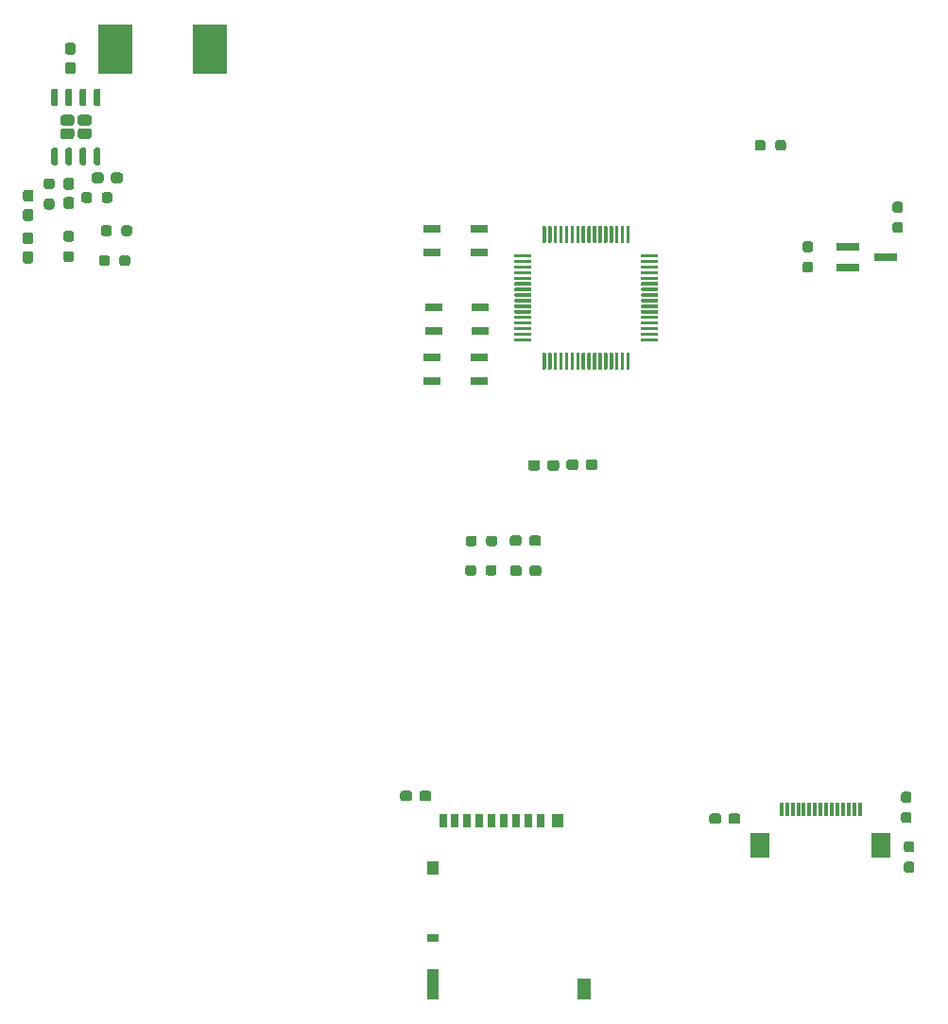
<source format=gtp>
G04 #@! TF.GenerationSoftware,KiCad,Pcbnew,5.1.10-88a1d61d58~88~ubuntu18.04.1*
G04 #@! TF.CreationDate,2021-10-23T19:35:26+09:00*
G04 #@! TF.ProjectId,CameraJigSTM32F446RE_Logic,43616d65-7261-44a6-9967-53544d333246,rev?*
G04 #@! TF.SameCoordinates,Original*
G04 #@! TF.FileFunction,Paste,Top*
G04 #@! TF.FilePolarity,Positive*
%FSLAX46Y46*%
G04 Gerber Fmt 4.6, Leading zero omitted, Abs format (unit mm)*
G04 Created by KiCad (PCBNEW 5.1.10-88a1d61d58~88~ubuntu18.04.1) date 2021-10-23 19:35:26*
%MOMM*%
%LPD*%
G01*
G04 APERTURE LIST*
%ADD10R,0.700000X1.200000*%
%ADD11R,1.000000X1.200000*%
%ADD12R,1.000000X0.800000*%
%ADD13R,1.000000X2.800000*%
%ADD14R,1.300000X1.900000*%
%ADD15R,3.100000X4.500000*%
%ADD16R,2.000000X0.650000*%
%ADD17R,1.550000X0.650000*%
%ADD18R,1.800000X2.200000*%
%ADD19R,0.300000X1.300000*%
G04 APERTURE END LIST*
G04 #@! TO.C,C2*
G36*
G01*
X102964000Y-104740500D02*
X102964000Y-104265500D01*
G75*
G02*
X103201500Y-104028000I237500J0D01*
G01*
X103801500Y-104028000D01*
G75*
G02*
X104039000Y-104265500I0J-237500D01*
G01*
X104039000Y-104740500D01*
G75*
G02*
X103801500Y-104978000I-237500J0D01*
G01*
X103201500Y-104978000D01*
G75*
G02*
X102964000Y-104740500I0J237500D01*
G01*
G37*
G36*
G01*
X101239000Y-104740500D02*
X101239000Y-104265500D01*
G75*
G02*
X101476500Y-104028000I237500J0D01*
G01*
X102076500Y-104028000D01*
G75*
G02*
X102314000Y-104265500I0J-237500D01*
G01*
X102314000Y-104740500D01*
G75*
G02*
X102076500Y-104978000I-237500J0D01*
G01*
X101476500Y-104978000D01*
G75*
G02*
X101239000Y-104740500I0J237500D01*
G01*
G37*
G04 #@! TD*
G04 #@! TO.C,C3*
G36*
G01*
X107483000Y-104209500D02*
X107483000Y-104684500D01*
G75*
G02*
X107245500Y-104922000I-237500J0D01*
G01*
X106645500Y-104922000D01*
G75*
G02*
X106408000Y-104684500I0J237500D01*
G01*
X106408000Y-104209500D01*
G75*
G02*
X106645500Y-103972000I237500J0D01*
G01*
X107245500Y-103972000D01*
G75*
G02*
X107483000Y-104209500I0J-237500D01*
G01*
G37*
G36*
G01*
X105758000Y-104209500D02*
X105758000Y-104684500D01*
G75*
G02*
X105520500Y-104922000I-237500J0D01*
G01*
X104920500Y-104922000D01*
G75*
G02*
X104683000Y-104684500I0J237500D01*
G01*
X104683000Y-104209500D01*
G75*
G02*
X104920500Y-103972000I237500J0D01*
G01*
X105520500Y-103972000D01*
G75*
G02*
X105758000Y-104209500I0J-237500D01*
G01*
G37*
G04 #@! TD*
G04 #@! TO.C,C7*
G36*
G01*
X56230600Y-81548200D02*
X56705600Y-81548200D01*
G75*
G02*
X56943100Y-81785700I0J-237500D01*
G01*
X56943100Y-82385700D01*
G75*
G02*
X56705600Y-82623200I-237500J0D01*
G01*
X56230600Y-82623200D01*
G75*
G02*
X55993100Y-82385700I0J237500D01*
G01*
X55993100Y-81785700D01*
G75*
G02*
X56230600Y-81548200I237500J0D01*
G01*
G37*
G36*
G01*
X56230600Y-79823200D02*
X56705600Y-79823200D01*
G75*
G02*
X56943100Y-80060700I0J-237500D01*
G01*
X56943100Y-80660700D01*
G75*
G02*
X56705600Y-80898200I-237500J0D01*
G01*
X56230600Y-80898200D01*
G75*
G02*
X55993100Y-80660700I0J237500D01*
G01*
X55993100Y-80060700D01*
G75*
G02*
X56230600Y-79823200I237500J0D01*
G01*
G37*
G04 #@! TD*
G04 #@! TO.C,C8*
G36*
G01*
X56205200Y-83628100D02*
X56680200Y-83628100D01*
G75*
G02*
X56917700Y-83865600I0J-237500D01*
G01*
X56917700Y-84465600D01*
G75*
G02*
X56680200Y-84703100I-237500J0D01*
G01*
X56205200Y-84703100D01*
G75*
G02*
X55967700Y-84465600I0J237500D01*
G01*
X55967700Y-83865600D01*
G75*
G02*
X56205200Y-83628100I237500J0D01*
G01*
G37*
G36*
G01*
X56205200Y-85353100D02*
X56680200Y-85353100D01*
G75*
G02*
X56917700Y-85590600I0J-237500D01*
G01*
X56917700Y-86190600D01*
G75*
G02*
X56680200Y-86428100I-237500J0D01*
G01*
X56205200Y-86428100D01*
G75*
G02*
X55967700Y-86190600I0J237500D01*
G01*
X55967700Y-85590600D01*
G75*
G02*
X56205200Y-85353100I237500J0D01*
G01*
G37*
G04 #@! TD*
G04 #@! TO.C,C10*
G36*
G01*
X59862500Y-80475000D02*
X60337500Y-80475000D01*
G75*
G02*
X60575000Y-80712500I0J-237500D01*
G01*
X60575000Y-81312500D01*
G75*
G02*
X60337500Y-81550000I-237500J0D01*
G01*
X59862500Y-81550000D01*
G75*
G02*
X59625000Y-81312500I0J237500D01*
G01*
X59625000Y-80712500D01*
G75*
G02*
X59862500Y-80475000I237500J0D01*
G01*
G37*
G36*
G01*
X59862500Y-78750000D02*
X60337500Y-78750000D01*
G75*
G02*
X60575000Y-78987500I0J-237500D01*
G01*
X60575000Y-79587500D01*
G75*
G02*
X60337500Y-79825000I-237500J0D01*
G01*
X59862500Y-79825000D01*
G75*
G02*
X59625000Y-79587500I0J237500D01*
G01*
X59625000Y-78987500D01*
G75*
G02*
X59862500Y-78750000I237500J0D01*
G01*
G37*
G04 #@! TD*
G04 #@! TO.C,C12*
G36*
G01*
X62150000Y-78994000D02*
X62150000Y-78519000D01*
G75*
G02*
X62387500Y-78281500I237500J0D01*
G01*
X62987500Y-78281500D01*
G75*
G02*
X63225000Y-78519000I0J-237500D01*
G01*
X63225000Y-78994000D01*
G75*
G02*
X62987500Y-79231500I-237500J0D01*
G01*
X62387500Y-79231500D01*
G75*
G02*
X62150000Y-78994000I0J237500D01*
G01*
G37*
G36*
G01*
X63875000Y-78994000D02*
X63875000Y-78519000D01*
G75*
G02*
X64112500Y-78281500I237500J0D01*
G01*
X64712500Y-78281500D01*
G75*
G02*
X64950000Y-78519000I0J-237500D01*
G01*
X64950000Y-78994000D01*
G75*
G02*
X64712500Y-79231500I-237500J0D01*
G01*
X64112500Y-79231500D01*
G75*
G02*
X63875000Y-78994000I0J237500D01*
G01*
G37*
G04 #@! TD*
G04 #@! TO.C,C13*
G36*
G01*
X60010500Y-68381000D02*
X60485500Y-68381000D01*
G75*
G02*
X60723000Y-68618500I0J-237500D01*
G01*
X60723000Y-69218500D01*
G75*
G02*
X60485500Y-69456000I-237500J0D01*
G01*
X60010500Y-69456000D01*
G75*
G02*
X59773000Y-69218500I0J237500D01*
G01*
X59773000Y-68618500D01*
G75*
G02*
X60010500Y-68381000I237500J0D01*
G01*
G37*
G36*
G01*
X60010500Y-66656000D02*
X60485500Y-66656000D01*
G75*
G02*
X60723000Y-66893500I0J-237500D01*
G01*
X60723000Y-67493500D01*
G75*
G02*
X60485500Y-67731000I-237500J0D01*
G01*
X60010500Y-67731000D01*
G75*
G02*
X59773000Y-67493500I0J237500D01*
G01*
X59773000Y-66893500D01*
G75*
G02*
X60010500Y-66656000I237500J0D01*
G01*
G37*
G04 #@! TD*
G04 #@! TO.C,C17*
G36*
G01*
X117472000Y-136381500D02*
X117472000Y-135906500D01*
G75*
G02*
X117709500Y-135669000I237500J0D01*
G01*
X118309500Y-135669000D01*
G75*
G02*
X118547000Y-135906500I0J-237500D01*
G01*
X118547000Y-136381500D01*
G75*
G02*
X118309500Y-136619000I-237500J0D01*
G01*
X117709500Y-136619000D01*
G75*
G02*
X117472000Y-136381500I0J237500D01*
G01*
G37*
G36*
G01*
X119197000Y-136381500D02*
X119197000Y-135906500D01*
G75*
G02*
X119434500Y-135669000I237500J0D01*
G01*
X120034500Y-135669000D01*
G75*
G02*
X120272000Y-135906500I0J-237500D01*
G01*
X120272000Y-136381500D01*
G75*
G02*
X120034500Y-136619000I-237500J0D01*
G01*
X119434500Y-136619000D01*
G75*
G02*
X119197000Y-136381500I0J237500D01*
G01*
G37*
G04 #@! TD*
G04 #@! TO.C,C18*
G36*
G01*
X89786000Y-134349500D02*
X89786000Y-133874500D01*
G75*
G02*
X90023500Y-133637000I237500J0D01*
G01*
X90623500Y-133637000D01*
G75*
G02*
X90861000Y-133874500I0J-237500D01*
G01*
X90861000Y-134349500D01*
G75*
G02*
X90623500Y-134587000I-237500J0D01*
G01*
X90023500Y-134587000D01*
G75*
G02*
X89786000Y-134349500I0J237500D01*
G01*
G37*
G36*
G01*
X91511000Y-134349500D02*
X91511000Y-133874500D01*
G75*
G02*
X91748500Y-133637000I237500J0D01*
G01*
X92348500Y-133637000D01*
G75*
G02*
X92586000Y-133874500I0J-237500D01*
G01*
X92586000Y-134349500D01*
G75*
G02*
X92348500Y-134587000I-237500J0D01*
G01*
X91748500Y-134587000D01*
G75*
G02*
X91511000Y-134349500I0J237500D01*
G01*
G37*
G04 #@! TD*
G04 #@! TO.C,D1*
G36*
G01*
X100684000Y-113701500D02*
X100684000Y-114176500D01*
G75*
G02*
X100446500Y-114414000I-237500J0D01*
G01*
X99871500Y-114414000D01*
G75*
G02*
X99634000Y-114176500I0J237500D01*
G01*
X99634000Y-113701500D01*
G75*
G02*
X99871500Y-113464000I237500J0D01*
G01*
X100446500Y-113464000D01*
G75*
G02*
X100684000Y-113701500I0J-237500D01*
G01*
G37*
G36*
G01*
X102434000Y-113701500D02*
X102434000Y-114176500D01*
G75*
G02*
X102196500Y-114414000I-237500J0D01*
G01*
X101621500Y-114414000D01*
G75*
G02*
X101384000Y-114176500I0J237500D01*
G01*
X101384000Y-113701500D01*
G75*
G02*
X101621500Y-113464000I237500J0D01*
G01*
X102196500Y-113464000D01*
G75*
G02*
X102434000Y-113701500I0J-237500D01*
G01*
G37*
G04 #@! TD*
G04 #@! TO.C,D2*
G36*
G01*
X102413000Y-111014500D02*
X102413000Y-111489500D01*
G75*
G02*
X102175500Y-111727000I-237500J0D01*
G01*
X101600500Y-111727000D01*
G75*
G02*
X101363000Y-111489500I0J237500D01*
G01*
X101363000Y-111014500D01*
G75*
G02*
X101600500Y-110777000I237500J0D01*
G01*
X102175500Y-110777000D01*
G75*
G02*
X102413000Y-111014500I0J-237500D01*
G01*
G37*
G36*
G01*
X100663000Y-111014500D02*
X100663000Y-111489500D01*
G75*
G02*
X100425500Y-111727000I-237500J0D01*
G01*
X99850500Y-111727000D01*
G75*
G02*
X99613000Y-111489500I0J237500D01*
G01*
X99613000Y-111014500D01*
G75*
G02*
X99850500Y-110777000I237500J0D01*
G01*
X100425500Y-110777000D01*
G75*
G02*
X100663000Y-111014500I0J-237500D01*
G01*
G37*
G04 #@! TD*
D10*
G04 #@! TO.C,J16*
X93693000Y-136293000D03*
X94643000Y-136293000D03*
X102343000Y-136293000D03*
X101243000Y-136293000D03*
X100143000Y-136293000D03*
X99043000Y-136293000D03*
X97943000Y-136293000D03*
X96843000Y-136293000D03*
X95743000Y-136293000D03*
D11*
X103893000Y-136293000D03*
X92743000Y-140593000D03*
D12*
X92743000Y-146793000D03*
D13*
X92743000Y-150943000D03*
D14*
X106243000Y-151393000D03*
G04 #@! TD*
D15*
G04 #@! TO.C,L1*
X64250000Y-67250000D03*
X72750000Y-67250000D03*
G04 #@! TD*
D16*
G04 #@! TO.C,Q1*
X133315000Y-85857100D03*
X129895000Y-86807100D03*
X129895000Y-84907100D03*
G04 #@! TD*
G04 #@! TO.C,R1*
G36*
G01*
X98425500Y-113671500D02*
X98425500Y-114146500D01*
G75*
G02*
X98188000Y-114384000I-237500J0D01*
G01*
X97688000Y-114384000D01*
G75*
G02*
X97450500Y-114146500I0J237500D01*
G01*
X97450500Y-113671500D01*
G75*
G02*
X97688000Y-113434000I237500J0D01*
G01*
X98188000Y-113434000D01*
G75*
G02*
X98425500Y-113671500I0J-237500D01*
G01*
G37*
G36*
G01*
X96600500Y-113671500D02*
X96600500Y-114146500D01*
G75*
G02*
X96363000Y-114384000I-237500J0D01*
G01*
X95863000Y-114384000D01*
G75*
G02*
X95625500Y-114146500I0J237500D01*
G01*
X95625500Y-113671500D01*
G75*
G02*
X95863000Y-113434000I237500J0D01*
G01*
X96363000Y-113434000D01*
G75*
G02*
X96600500Y-113671500I0J-237500D01*
G01*
G37*
G04 #@! TD*
G04 #@! TO.C,R5*
G36*
G01*
X97496200Y-111509500D02*
X97496200Y-111034500D01*
G75*
G02*
X97733700Y-110797000I237500J0D01*
G01*
X98233700Y-110797000D01*
G75*
G02*
X98471200Y-111034500I0J-237500D01*
G01*
X98471200Y-111509500D01*
G75*
G02*
X98233700Y-111747000I-237500J0D01*
G01*
X97733700Y-111747000D01*
G75*
G02*
X97496200Y-111509500I0J237500D01*
G01*
G37*
G36*
G01*
X95671200Y-111509500D02*
X95671200Y-111034500D01*
G75*
G02*
X95908700Y-110797000I237500J0D01*
G01*
X96408700Y-110797000D01*
G75*
G02*
X96646200Y-111034500I0J-237500D01*
G01*
X96646200Y-111509500D01*
G75*
G02*
X96408700Y-111747000I-237500J0D01*
G01*
X95908700Y-111747000D01*
G75*
G02*
X95671200Y-111509500I0J237500D01*
G01*
G37*
G04 #@! TD*
G04 #@! TO.C,R7*
G36*
G01*
X122531000Y-75609400D02*
X122531000Y-76084400D01*
G75*
G02*
X122293500Y-76321900I-237500J0D01*
G01*
X121793500Y-76321900D01*
G75*
G02*
X121556000Y-76084400I0J237500D01*
G01*
X121556000Y-75609400D01*
G75*
G02*
X121793500Y-75371900I237500J0D01*
G01*
X122293500Y-75371900D01*
G75*
G02*
X122531000Y-75609400I0J-237500D01*
G01*
G37*
G36*
G01*
X124356000Y-75609400D02*
X124356000Y-76084400D01*
G75*
G02*
X124118500Y-76321900I-237500J0D01*
G01*
X123618500Y-76321900D01*
G75*
G02*
X123381000Y-76084400I0J237500D01*
G01*
X123381000Y-75609400D01*
G75*
G02*
X123618500Y-75371900I237500J0D01*
G01*
X124118500Y-75371900D01*
G75*
G02*
X124356000Y-75609400I0J-237500D01*
G01*
G37*
G04 #@! TD*
G04 #@! TO.C,R14*
G36*
G01*
X126069500Y-84446900D02*
X126544500Y-84446900D01*
G75*
G02*
X126782000Y-84684400I0J-237500D01*
G01*
X126782000Y-85184400D01*
G75*
G02*
X126544500Y-85421900I-237500J0D01*
G01*
X126069500Y-85421900D01*
G75*
G02*
X125832000Y-85184400I0J237500D01*
G01*
X125832000Y-84684400D01*
G75*
G02*
X126069500Y-84446900I237500J0D01*
G01*
G37*
G36*
G01*
X126069500Y-86271900D02*
X126544500Y-86271900D01*
G75*
G02*
X126782000Y-86509400I0J-237500D01*
G01*
X126782000Y-87009400D01*
G75*
G02*
X126544500Y-87246900I-237500J0D01*
G01*
X126069500Y-87246900D01*
G75*
G02*
X125832000Y-87009400I0J237500D01*
G01*
X125832000Y-86509400D01*
G75*
G02*
X126069500Y-86271900I237500J0D01*
G01*
G37*
G04 #@! TD*
G04 #@! TO.C,R15*
G36*
G01*
X134128500Y-82721000D02*
X134603500Y-82721000D01*
G75*
G02*
X134841000Y-82958500I0J-237500D01*
G01*
X134841000Y-83458500D01*
G75*
G02*
X134603500Y-83696000I-237500J0D01*
G01*
X134128500Y-83696000D01*
G75*
G02*
X133891000Y-83458500I0J237500D01*
G01*
X133891000Y-82958500D01*
G75*
G02*
X134128500Y-82721000I237500J0D01*
G01*
G37*
G36*
G01*
X134128500Y-80896000D02*
X134603500Y-80896000D01*
G75*
G02*
X134841000Y-81133500I0J-237500D01*
G01*
X134841000Y-81633500D01*
G75*
G02*
X134603500Y-81871000I-237500J0D01*
G01*
X134128500Y-81871000D01*
G75*
G02*
X133891000Y-81633500I0J237500D01*
G01*
X133891000Y-81133500D01*
G75*
G02*
X134128500Y-80896000I237500J0D01*
G01*
G37*
G04 #@! TD*
G04 #@! TO.C,R33*
G36*
G01*
X59862500Y-85325000D02*
X60337500Y-85325000D01*
G75*
G02*
X60575000Y-85562500I0J-237500D01*
G01*
X60575000Y-86062500D01*
G75*
G02*
X60337500Y-86300000I-237500J0D01*
G01*
X59862500Y-86300000D01*
G75*
G02*
X59625000Y-86062500I0J237500D01*
G01*
X59625000Y-85562500D01*
G75*
G02*
X59862500Y-85325000I237500J0D01*
G01*
G37*
G36*
G01*
X59862500Y-83500000D02*
X60337500Y-83500000D01*
G75*
G02*
X60575000Y-83737500I0J-237500D01*
G01*
X60575000Y-84237500D01*
G75*
G02*
X60337500Y-84475000I-237500J0D01*
G01*
X59862500Y-84475000D01*
G75*
G02*
X59625000Y-84237500I0J237500D01*
G01*
X59625000Y-83737500D01*
G75*
G02*
X59862500Y-83500000I237500J0D01*
G01*
G37*
G04 #@! TD*
G04 #@! TO.C,R34*
G36*
G01*
X58112500Y-78800000D02*
X58587500Y-78800000D01*
G75*
G02*
X58825000Y-79037500I0J-237500D01*
G01*
X58825000Y-79537500D01*
G75*
G02*
X58587500Y-79775000I-237500J0D01*
G01*
X58112500Y-79775000D01*
G75*
G02*
X57875000Y-79537500I0J237500D01*
G01*
X57875000Y-79037500D01*
G75*
G02*
X58112500Y-78800000I237500J0D01*
G01*
G37*
G36*
G01*
X58112500Y-80625000D02*
X58587500Y-80625000D01*
G75*
G02*
X58825000Y-80862500I0J-237500D01*
G01*
X58825000Y-81362500D01*
G75*
G02*
X58587500Y-81600000I-237500J0D01*
G01*
X58112500Y-81600000D01*
G75*
G02*
X57875000Y-81362500I0J237500D01*
G01*
X57875000Y-80862500D01*
G75*
G02*
X58112500Y-80625000I237500J0D01*
G01*
G37*
G04 #@! TD*
G04 #@! TO.C,R35*
G36*
G01*
X64023900Y-80287200D02*
X64023900Y-80762200D01*
G75*
G02*
X63786400Y-80999700I-237500J0D01*
G01*
X63286400Y-80999700D01*
G75*
G02*
X63048900Y-80762200I0J237500D01*
G01*
X63048900Y-80287200D01*
G75*
G02*
X63286400Y-80049700I237500J0D01*
G01*
X63786400Y-80049700D01*
G75*
G02*
X64023900Y-80287200I0J-237500D01*
G01*
G37*
G36*
G01*
X62198900Y-80287200D02*
X62198900Y-80762200D01*
G75*
G02*
X61961400Y-80999700I-237500J0D01*
G01*
X61461400Y-80999700D01*
G75*
G02*
X61223900Y-80762200I0J237500D01*
G01*
X61223900Y-80287200D01*
G75*
G02*
X61461400Y-80049700I237500J0D01*
G01*
X61961400Y-80049700D01*
G75*
G02*
X62198900Y-80287200I0J-237500D01*
G01*
G37*
G04 #@! TD*
G04 #@! TO.C,R36*
G36*
G01*
X63956800Y-83250800D02*
X63956800Y-83725800D01*
G75*
G02*
X63719300Y-83963300I-237500J0D01*
G01*
X63219300Y-83963300D01*
G75*
G02*
X62981800Y-83725800I0J237500D01*
G01*
X62981800Y-83250800D01*
G75*
G02*
X63219300Y-83013300I237500J0D01*
G01*
X63719300Y-83013300D01*
G75*
G02*
X63956800Y-83250800I0J-237500D01*
G01*
G37*
G36*
G01*
X65781800Y-83250800D02*
X65781800Y-83725800D01*
G75*
G02*
X65544300Y-83963300I-237500J0D01*
G01*
X65044300Y-83963300D01*
G75*
G02*
X64806800Y-83725800I0J237500D01*
G01*
X64806800Y-83250800D01*
G75*
G02*
X65044300Y-83013300I237500J0D01*
G01*
X65544300Y-83013300D01*
G75*
G02*
X65781800Y-83250800I0J-237500D01*
G01*
G37*
G04 #@! TD*
G04 #@! TO.C,R37*
G36*
G01*
X63782400Y-85937800D02*
X63782400Y-86412800D01*
G75*
G02*
X63544900Y-86650300I-237500J0D01*
G01*
X63044900Y-86650300D01*
G75*
G02*
X62807400Y-86412800I0J237500D01*
G01*
X62807400Y-85937800D01*
G75*
G02*
X63044900Y-85700300I237500J0D01*
G01*
X63544900Y-85700300D01*
G75*
G02*
X63782400Y-85937800I0J-237500D01*
G01*
G37*
G36*
G01*
X65607400Y-85937800D02*
X65607400Y-86412800D01*
G75*
G02*
X65369900Y-86650300I-237500J0D01*
G01*
X64869900Y-86650300D01*
G75*
G02*
X64632400Y-86412800I0J237500D01*
G01*
X64632400Y-85937800D01*
G75*
G02*
X64869900Y-85700300I237500J0D01*
G01*
X65369900Y-85700300D01*
G75*
G02*
X65607400Y-85937800I0J-237500D01*
G01*
G37*
G04 #@! TD*
G04 #@! TO.C,R38*
G36*
G01*
X135144500Y-139998000D02*
X135619500Y-139998000D01*
G75*
G02*
X135857000Y-140235500I0J-237500D01*
G01*
X135857000Y-140735500D01*
G75*
G02*
X135619500Y-140973000I-237500J0D01*
G01*
X135144500Y-140973000D01*
G75*
G02*
X134907000Y-140735500I0J237500D01*
G01*
X134907000Y-140235500D01*
G75*
G02*
X135144500Y-139998000I237500J0D01*
G01*
G37*
G36*
G01*
X135144500Y-138173000D02*
X135619500Y-138173000D01*
G75*
G02*
X135857000Y-138410500I0J-237500D01*
G01*
X135857000Y-138910500D01*
G75*
G02*
X135619500Y-139148000I-237500J0D01*
G01*
X135144500Y-139148000D01*
G75*
G02*
X134907000Y-138910500I0J237500D01*
G01*
X134907000Y-138410500D01*
G75*
G02*
X135144500Y-138173000I237500J0D01*
G01*
G37*
G04 #@! TD*
G04 #@! TO.C,R39*
G36*
G01*
X134890500Y-135553000D02*
X135365500Y-135553000D01*
G75*
G02*
X135603000Y-135790500I0J-237500D01*
G01*
X135603000Y-136290500D01*
G75*
G02*
X135365500Y-136528000I-237500J0D01*
G01*
X134890500Y-136528000D01*
G75*
G02*
X134653000Y-136290500I0J237500D01*
G01*
X134653000Y-135790500D01*
G75*
G02*
X134890500Y-135553000I237500J0D01*
G01*
G37*
G36*
G01*
X134890500Y-133728000D02*
X135365500Y-133728000D01*
G75*
G02*
X135603000Y-133965500I0J-237500D01*
G01*
X135603000Y-134465500D01*
G75*
G02*
X135365500Y-134703000I-237500J0D01*
G01*
X134890500Y-134703000D01*
G75*
G02*
X134653000Y-134465500I0J237500D01*
G01*
X134653000Y-133965500D01*
G75*
G02*
X134890500Y-133728000I237500J0D01*
G01*
G37*
G04 #@! TD*
D17*
G04 #@! TO.C,SW2*
X96859800Y-85436000D03*
X92659800Y-85436000D03*
X92659800Y-83286000D03*
X96859800Y-83286000D03*
G04 #@! TD*
G04 #@! TO.C,SW3*
X92662300Y-94802400D03*
X96862300Y-94802400D03*
X96862300Y-96952400D03*
X92662300Y-96952400D03*
G04 #@! TD*
G04 #@! TO.C,SW5*
X96974100Y-90311700D03*
X92774100Y-90311700D03*
X92774100Y-92461700D03*
X96974100Y-92461700D03*
G04 #@! TD*
G04 #@! TO.C,U2*
G36*
G01*
X102779000Y-95952000D02*
X102629000Y-95952000D01*
G75*
G02*
X102554000Y-95877000I0J75000D01*
G01*
X102554000Y-94477000D01*
G75*
G02*
X102629000Y-94402000I75000J0D01*
G01*
X102779000Y-94402000D01*
G75*
G02*
X102854000Y-94477000I0J-75000D01*
G01*
X102854000Y-95877000D01*
G75*
G02*
X102779000Y-95952000I-75000J0D01*
G01*
G37*
G36*
G01*
X103279000Y-95952000D02*
X103129000Y-95952000D01*
G75*
G02*
X103054000Y-95877000I0J75000D01*
G01*
X103054000Y-94477000D01*
G75*
G02*
X103129000Y-94402000I75000J0D01*
G01*
X103279000Y-94402000D01*
G75*
G02*
X103354000Y-94477000I0J-75000D01*
G01*
X103354000Y-95877000D01*
G75*
G02*
X103279000Y-95952000I-75000J0D01*
G01*
G37*
G36*
G01*
X103779000Y-95952000D02*
X103629000Y-95952000D01*
G75*
G02*
X103554000Y-95877000I0J75000D01*
G01*
X103554000Y-94477000D01*
G75*
G02*
X103629000Y-94402000I75000J0D01*
G01*
X103779000Y-94402000D01*
G75*
G02*
X103854000Y-94477000I0J-75000D01*
G01*
X103854000Y-95877000D01*
G75*
G02*
X103779000Y-95952000I-75000J0D01*
G01*
G37*
G36*
G01*
X104279000Y-95952000D02*
X104129000Y-95952000D01*
G75*
G02*
X104054000Y-95877000I0J75000D01*
G01*
X104054000Y-94477000D01*
G75*
G02*
X104129000Y-94402000I75000J0D01*
G01*
X104279000Y-94402000D01*
G75*
G02*
X104354000Y-94477000I0J-75000D01*
G01*
X104354000Y-95877000D01*
G75*
G02*
X104279000Y-95952000I-75000J0D01*
G01*
G37*
G36*
G01*
X104779000Y-95952000D02*
X104629000Y-95952000D01*
G75*
G02*
X104554000Y-95877000I0J75000D01*
G01*
X104554000Y-94477000D01*
G75*
G02*
X104629000Y-94402000I75000J0D01*
G01*
X104779000Y-94402000D01*
G75*
G02*
X104854000Y-94477000I0J-75000D01*
G01*
X104854000Y-95877000D01*
G75*
G02*
X104779000Y-95952000I-75000J0D01*
G01*
G37*
G36*
G01*
X105279000Y-95952000D02*
X105129000Y-95952000D01*
G75*
G02*
X105054000Y-95877000I0J75000D01*
G01*
X105054000Y-94477000D01*
G75*
G02*
X105129000Y-94402000I75000J0D01*
G01*
X105279000Y-94402000D01*
G75*
G02*
X105354000Y-94477000I0J-75000D01*
G01*
X105354000Y-95877000D01*
G75*
G02*
X105279000Y-95952000I-75000J0D01*
G01*
G37*
G36*
G01*
X105779000Y-95952000D02*
X105629000Y-95952000D01*
G75*
G02*
X105554000Y-95877000I0J75000D01*
G01*
X105554000Y-94477000D01*
G75*
G02*
X105629000Y-94402000I75000J0D01*
G01*
X105779000Y-94402000D01*
G75*
G02*
X105854000Y-94477000I0J-75000D01*
G01*
X105854000Y-95877000D01*
G75*
G02*
X105779000Y-95952000I-75000J0D01*
G01*
G37*
G36*
G01*
X106279000Y-95952000D02*
X106129000Y-95952000D01*
G75*
G02*
X106054000Y-95877000I0J75000D01*
G01*
X106054000Y-94477000D01*
G75*
G02*
X106129000Y-94402000I75000J0D01*
G01*
X106279000Y-94402000D01*
G75*
G02*
X106354000Y-94477000I0J-75000D01*
G01*
X106354000Y-95877000D01*
G75*
G02*
X106279000Y-95952000I-75000J0D01*
G01*
G37*
G36*
G01*
X106779000Y-95952000D02*
X106629000Y-95952000D01*
G75*
G02*
X106554000Y-95877000I0J75000D01*
G01*
X106554000Y-94477000D01*
G75*
G02*
X106629000Y-94402000I75000J0D01*
G01*
X106779000Y-94402000D01*
G75*
G02*
X106854000Y-94477000I0J-75000D01*
G01*
X106854000Y-95877000D01*
G75*
G02*
X106779000Y-95952000I-75000J0D01*
G01*
G37*
G36*
G01*
X107279000Y-95952000D02*
X107129000Y-95952000D01*
G75*
G02*
X107054000Y-95877000I0J75000D01*
G01*
X107054000Y-94477000D01*
G75*
G02*
X107129000Y-94402000I75000J0D01*
G01*
X107279000Y-94402000D01*
G75*
G02*
X107354000Y-94477000I0J-75000D01*
G01*
X107354000Y-95877000D01*
G75*
G02*
X107279000Y-95952000I-75000J0D01*
G01*
G37*
G36*
G01*
X107779000Y-95952000D02*
X107629000Y-95952000D01*
G75*
G02*
X107554000Y-95877000I0J75000D01*
G01*
X107554000Y-94477000D01*
G75*
G02*
X107629000Y-94402000I75000J0D01*
G01*
X107779000Y-94402000D01*
G75*
G02*
X107854000Y-94477000I0J-75000D01*
G01*
X107854000Y-95877000D01*
G75*
G02*
X107779000Y-95952000I-75000J0D01*
G01*
G37*
G36*
G01*
X108279000Y-95952000D02*
X108129000Y-95952000D01*
G75*
G02*
X108054000Y-95877000I0J75000D01*
G01*
X108054000Y-94477000D01*
G75*
G02*
X108129000Y-94402000I75000J0D01*
G01*
X108279000Y-94402000D01*
G75*
G02*
X108354000Y-94477000I0J-75000D01*
G01*
X108354000Y-95877000D01*
G75*
G02*
X108279000Y-95952000I-75000J0D01*
G01*
G37*
G36*
G01*
X108779000Y-95952000D02*
X108629000Y-95952000D01*
G75*
G02*
X108554000Y-95877000I0J75000D01*
G01*
X108554000Y-94477000D01*
G75*
G02*
X108629000Y-94402000I75000J0D01*
G01*
X108779000Y-94402000D01*
G75*
G02*
X108854000Y-94477000I0J-75000D01*
G01*
X108854000Y-95877000D01*
G75*
G02*
X108779000Y-95952000I-75000J0D01*
G01*
G37*
G36*
G01*
X109279000Y-95952000D02*
X109129000Y-95952000D01*
G75*
G02*
X109054000Y-95877000I0J75000D01*
G01*
X109054000Y-94477000D01*
G75*
G02*
X109129000Y-94402000I75000J0D01*
G01*
X109279000Y-94402000D01*
G75*
G02*
X109354000Y-94477000I0J-75000D01*
G01*
X109354000Y-95877000D01*
G75*
G02*
X109279000Y-95952000I-75000J0D01*
G01*
G37*
G36*
G01*
X109779000Y-95952000D02*
X109629000Y-95952000D01*
G75*
G02*
X109554000Y-95877000I0J75000D01*
G01*
X109554000Y-94477000D01*
G75*
G02*
X109629000Y-94402000I75000J0D01*
G01*
X109779000Y-94402000D01*
G75*
G02*
X109854000Y-94477000I0J-75000D01*
G01*
X109854000Y-95877000D01*
G75*
G02*
X109779000Y-95952000I-75000J0D01*
G01*
G37*
G36*
G01*
X110279000Y-95952000D02*
X110129000Y-95952000D01*
G75*
G02*
X110054000Y-95877000I0J75000D01*
G01*
X110054000Y-94477000D01*
G75*
G02*
X110129000Y-94402000I75000J0D01*
G01*
X110279000Y-94402000D01*
G75*
G02*
X110354000Y-94477000I0J-75000D01*
G01*
X110354000Y-95877000D01*
G75*
G02*
X110279000Y-95952000I-75000J0D01*
G01*
G37*
G36*
G01*
X112829000Y-93402000D02*
X111429000Y-93402000D01*
G75*
G02*
X111354000Y-93327000I0J75000D01*
G01*
X111354000Y-93177000D01*
G75*
G02*
X111429000Y-93102000I75000J0D01*
G01*
X112829000Y-93102000D01*
G75*
G02*
X112904000Y-93177000I0J-75000D01*
G01*
X112904000Y-93327000D01*
G75*
G02*
X112829000Y-93402000I-75000J0D01*
G01*
G37*
G36*
G01*
X112829000Y-92902000D02*
X111429000Y-92902000D01*
G75*
G02*
X111354000Y-92827000I0J75000D01*
G01*
X111354000Y-92677000D01*
G75*
G02*
X111429000Y-92602000I75000J0D01*
G01*
X112829000Y-92602000D01*
G75*
G02*
X112904000Y-92677000I0J-75000D01*
G01*
X112904000Y-92827000D01*
G75*
G02*
X112829000Y-92902000I-75000J0D01*
G01*
G37*
G36*
G01*
X112829000Y-92402000D02*
X111429000Y-92402000D01*
G75*
G02*
X111354000Y-92327000I0J75000D01*
G01*
X111354000Y-92177000D01*
G75*
G02*
X111429000Y-92102000I75000J0D01*
G01*
X112829000Y-92102000D01*
G75*
G02*
X112904000Y-92177000I0J-75000D01*
G01*
X112904000Y-92327000D01*
G75*
G02*
X112829000Y-92402000I-75000J0D01*
G01*
G37*
G36*
G01*
X112829000Y-91902000D02*
X111429000Y-91902000D01*
G75*
G02*
X111354000Y-91827000I0J75000D01*
G01*
X111354000Y-91677000D01*
G75*
G02*
X111429000Y-91602000I75000J0D01*
G01*
X112829000Y-91602000D01*
G75*
G02*
X112904000Y-91677000I0J-75000D01*
G01*
X112904000Y-91827000D01*
G75*
G02*
X112829000Y-91902000I-75000J0D01*
G01*
G37*
G36*
G01*
X112829000Y-91402000D02*
X111429000Y-91402000D01*
G75*
G02*
X111354000Y-91327000I0J75000D01*
G01*
X111354000Y-91177000D01*
G75*
G02*
X111429000Y-91102000I75000J0D01*
G01*
X112829000Y-91102000D01*
G75*
G02*
X112904000Y-91177000I0J-75000D01*
G01*
X112904000Y-91327000D01*
G75*
G02*
X112829000Y-91402000I-75000J0D01*
G01*
G37*
G36*
G01*
X112829000Y-90902000D02*
X111429000Y-90902000D01*
G75*
G02*
X111354000Y-90827000I0J75000D01*
G01*
X111354000Y-90677000D01*
G75*
G02*
X111429000Y-90602000I75000J0D01*
G01*
X112829000Y-90602000D01*
G75*
G02*
X112904000Y-90677000I0J-75000D01*
G01*
X112904000Y-90827000D01*
G75*
G02*
X112829000Y-90902000I-75000J0D01*
G01*
G37*
G36*
G01*
X112829000Y-90402000D02*
X111429000Y-90402000D01*
G75*
G02*
X111354000Y-90327000I0J75000D01*
G01*
X111354000Y-90177000D01*
G75*
G02*
X111429000Y-90102000I75000J0D01*
G01*
X112829000Y-90102000D01*
G75*
G02*
X112904000Y-90177000I0J-75000D01*
G01*
X112904000Y-90327000D01*
G75*
G02*
X112829000Y-90402000I-75000J0D01*
G01*
G37*
G36*
G01*
X112829000Y-89902000D02*
X111429000Y-89902000D01*
G75*
G02*
X111354000Y-89827000I0J75000D01*
G01*
X111354000Y-89677000D01*
G75*
G02*
X111429000Y-89602000I75000J0D01*
G01*
X112829000Y-89602000D01*
G75*
G02*
X112904000Y-89677000I0J-75000D01*
G01*
X112904000Y-89827000D01*
G75*
G02*
X112829000Y-89902000I-75000J0D01*
G01*
G37*
G36*
G01*
X112829000Y-89402000D02*
X111429000Y-89402000D01*
G75*
G02*
X111354000Y-89327000I0J75000D01*
G01*
X111354000Y-89177000D01*
G75*
G02*
X111429000Y-89102000I75000J0D01*
G01*
X112829000Y-89102000D01*
G75*
G02*
X112904000Y-89177000I0J-75000D01*
G01*
X112904000Y-89327000D01*
G75*
G02*
X112829000Y-89402000I-75000J0D01*
G01*
G37*
G36*
G01*
X112829000Y-88902000D02*
X111429000Y-88902000D01*
G75*
G02*
X111354000Y-88827000I0J75000D01*
G01*
X111354000Y-88677000D01*
G75*
G02*
X111429000Y-88602000I75000J0D01*
G01*
X112829000Y-88602000D01*
G75*
G02*
X112904000Y-88677000I0J-75000D01*
G01*
X112904000Y-88827000D01*
G75*
G02*
X112829000Y-88902000I-75000J0D01*
G01*
G37*
G36*
G01*
X112829000Y-88402000D02*
X111429000Y-88402000D01*
G75*
G02*
X111354000Y-88327000I0J75000D01*
G01*
X111354000Y-88177000D01*
G75*
G02*
X111429000Y-88102000I75000J0D01*
G01*
X112829000Y-88102000D01*
G75*
G02*
X112904000Y-88177000I0J-75000D01*
G01*
X112904000Y-88327000D01*
G75*
G02*
X112829000Y-88402000I-75000J0D01*
G01*
G37*
G36*
G01*
X112829000Y-87902000D02*
X111429000Y-87902000D01*
G75*
G02*
X111354000Y-87827000I0J75000D01*
G01*
X111354000Y-87677000D01*
G75*
G02*
X111429000Y-87602000I75000J0D01*
G01*
X112829000Y-87602000D01*
G75*
G02*
X112904000Y-87677000I0J-75000D01*
G01*
X112904000Y-87827000D01*
G75*
G02*
X112829000Y-87902000I-75000J0D01*
G01*
G37*
G36*
G01*
X112829000Y-87402000D02*
X111429000Y-87402000D01*
G75*
G02*
X111354000Y-87327000I0J75000D01*
G01*
X111354000Y-87177000D01*
G75*
G02*
X111429000Y-87102000I75000J0D01*
G01*
X112829000Y-87102000D01*
G75*
G02*
X112904000Y-87177000I0J-75000D01*
G01*
X112904000Y-87327000D01*
G75*
G02*
X112829000Y-87402000I-75000J0D01*
G01*
G37*
G36*
G01*
X112829000Y-86902000D02*
X111429000Y-86902000D01*
G75*
G02*
X111354000Y-86827000I0J75000D01*
G01*
X111354000Y-86677000D01*
G75*
G02*
X111429000Y-86602000I75000J0D01*
G01*
X112829000Y-86602000D01*
G75*
G02*
X112904000Y-86677000I0J-75000D01*
G01*
X112904000Y-86827000D01*
G75*
G02*
X112829000Y-86902000I-75000J0D01*
G01*
G37*
G36*
G01*
X112829000Y-86402000D02*
X111429000Y-86402000D01*
G75*
G02*
X111354000Y-86327000I0J75000D01*
G01*
X111354000Y-86177000D01*
G75*
G02*
X111429000Y-86102000I75000J0D01*
G01*
X112829000Y-86102000D01*
G75*
G02*
X112904000Y-86177000I0J-75000D01*
G01*
X112904000Y-86327000D01*
G75*
G02*
X112829000Y-86402000I-75000J0D01*
G01*
G37*
G36*
G01*
X112829000Y-85902000D02*
X111429000Y-85902000D01*
G75*
G02*
X111354000Y-85827000I0J75000D01*
G01*
X111354000Y-85677000D01*
G75*
G02*
X111429000Y-85602000I75000J0D01*
G01*
X112829000Y-85602000D01*
G75*
G02*
X112904000Y-85677000I0J-75000D01*
G01*
X112904000Y-85827000D01*
G75*
G02*
X112829000Y-85902000I-75000J0D01*
G01*
G37*
G36*
G01*
X110279000Y-84602000D02*
X110129000Y-84602000D01*
G75*
G02*
X110054000Y-84527000I0J75000D01*
G01*
X110054000Y-83127000D01*
G75*
G02*
X110129000Y-83052000I75000J0D01*
G01*
X110279000Y-83052000D01*
G75*
G02*
X110354000Y-83127000I0J-75000D01*
G01*
X110354000Y-84527000D01*
G75*
G02*
X110279000Y-84602000I-75000J0D01*
G01*
G37*
G36*
G01*
X109779000Y-84602000D02*
X109629000Y-84602000D01*
G75*
G02*
X109554000Y-84527000I0J75000D01*
G01*
X109554000Y-83127000D01*
G75*
G02*
X109629000Y-83052000I75000J0D01*
G01*
X109779000Y-83052000D01*
G75*
G02*
X109854000Y-83127000I0J-75000D01*
G01*
X109854000Y-84527000D01*
G75*
G02*
X109779000Y-84602000I-75000J0D01*
G01*
G37*
G36*
G01*
X109279000Y-84602000D02*
X109129000Y-84602000D01*
G75*
G02*
X109054000Y-84527000I0J75000D01*
G01*
X109054000Y-83127000D01*
G75*
G02*
X109129000Y-83052000I75000J0D01*
G01*
X109279000Y-83052000D01*
G75*
G02*
X109354000Y-83127000I0J-75000D01*
G01*
X109354000Y-84527000D01*
G75*
G02*
X109279000Y-84602000I-75000J0D01*
G01*
G37*
G36*
G01*
X108779000Y-84602000D02*
X108629000Y-84602000D01*
G75*
G02*
X108554000Y-84527000I0J75000D01*
G01*
X108554000Y-83127000D01*
G75*
G02*
X108629000Y-83052000I75000J0D01*
G01*
X108779000Y-83052000D01*
G75*
G02*
X108854000Y-83127000I0J-75000D01*
G01*
X108854000Y-84527000D01*
G75*
G02*
X108779000Y-84602000I-75000J0D01*
G01*
G37*
G36*
G01*
X108279000Y-84602000D02*
X108129000Y-84602000D01*
G75*
G02*
X108054000Y-84527000I0J75000D01*
G01*
X108054000Y-83127000D01*
G75*
G02*
X108129000Y-83052000I75000J0D01*
G01*
X108279000Y-83052000D01*
G75*
G02*
X108354000Y-83127000I0J-75000D01*
G01*
X108354000Y-84527000D01*
G75*
G02*
X108279000Y-84602000I-75000J0D01*
G01*
G37*
G36*
G01*
X107779000Y-84602000D02*
X107629000Y-84602000D01*
G75*
G02*
X107554000Y-84527000I0J75000D01*
G01*
X107554000Y-83127000D01*
G75*
G02*
X107629000Y-83052000I75000J0D01*
G01*
X107779000Y-83052000D01*
G75*
G02*
X107854000Y-83127000I0J-75000D01*
G01*
X107854000Y-84527000D01*
G75*
G02*
X107779000Y-84602000I-75000J0D01*
G01*
G37*
G36*
G01*
X107279000Y-84602000D02*
X107129000Y-84602000D01*
G75*
G02*
X107054000Y-84527000I0J75000D01*
G01*
X107054000Y-83127000D01*
G75*
G02*
X107129000Y-83052000I75000J0D01*
G01*
X107279000Y-83052000D01*
G75*
G02*
X107354000Y-83127000I0J-75000D01*
G01*
X107354000Y-84527000D01*
G75*
G02*
X107279000Y-84602000I-75000J0D01*
G01*
G37*
G36*
G01*
X106779000Y-84602000D02*
X106629000Y-84602000D01*
G75*
G02*
X106554000Y-84527000I0J75000D01*
G01*
X106554000Y-83127000D01*
G75*
G02*
X106629000Y-83052000I75000J0D01*
G01*
X106779000Y-83052000D01*
G75*
G02*
X106854000Y-83127000I0J-75000D01*
G01*
X106854000Y-84527000D01*
G75*
G02*
X106779000Y-84602000I-75000J0D01*
G01*
G37*
G36*
G01*
X106279000Y-84602000D02*
X106129000Y-84602000D01*
G75*
G02*
X106054000Y-84527000I0J75000D01*
G01*
X106054000Y-83127000D01*
G75*
G02*
X106129000Y-83052000I75000J0D01*
G01*
X106279000Y-83052000D01*
G75*
G02*
X106354000Y-83127000I0J-75000D01*
G01*
X106354000Y-84527000D01*
G75*
G02*
X106279000Y-84602000I-75000J0D01*
G01*
G37*
G36*
G01*
X105779000Y-84602000D02*
X105629000Y-84602000D01*
G75*
G02*
X105554000Y-84527000I0J75000D01*
G01*
X105554000Y-83127000D01*
G75*
G02*
X105629000Y-83052000I75000J0D01*
G01*
X105779000Y-83052000D01*
G75*
G02*
X105854000Y-83127000I0J-75000D01*
G01*
X105854000Y-84527000D01*
G75*
G02*
X105779000Y-84602000I-75000J0D01*
G01*
G37*
G36*
G01*
X105279000Y-84602000D02*
X105129000Y-84602000D01*
G75*
G02*
X105054000Y-84527000I0J75000D01*
G01*
X105054000Y-83127000D01*
G75*
G02*
X105129000Y-83052000I75000J0D01*
G01*
X105279000Y-83052000D01*
G75*
G02*
X105354000Y-83127000I0J-75000D01*
G01*
X105354000Y-84527000D01*
G75*
G02*
X105279000Y-84602000I-75000J0D01*
G01*
G37*
G36*
G01*
X104779000Y-84602000D02*
X104629000Y-84602000D01*
G75*
G02*
X104554000Y-84527000I0J75000D01*
G01*
X104554000Y-83127000D01*
G75*
G02*
X104629000Y-83052000I75000J0D01*
G01*
X104779000Y-83052000D01*
G75*
G02*
X104854000Y-83127000I0J-75000D01*
G01*
X104854000Y-84527000D01*
G75*
G02*
X104779000Y-84602000I-75000J0D01*
G01*
G37*
G36*
G01*
X104279000Y-84602000D02*
X104129000Y-84602000D01*
G75*
G02*
X104054000Y-84527000I0J75000D01*
G01*
X104054000Y-83127000D01*
G75*
G02*
X104129000Y-83052000I75000J0D01*
G01*
X104279000Y-83052000D01*
G75*
G02*
X104354000Y-83127000I0J-75000D01*
G01*
X104354000Y-84527000D01*
G75*
G02*
X104279000Y-84602000I-75000J0D01*
G01*
G37*
G36*
G01*
X103779000Y-84602000D02*
X103629000Y-84602000D01*
G75*
G02*
X103554000Y-84527000I0J75000D01*
G01*
X103554000Y-83127000D01*
G75*
G02*
X103629000Y-83052000I75000J0D01*
G01*
X103779000Y-83052000D01*
G75*
G02*
X103854000Y-83127000I0J-75000D01*
G01*
X103854000Y-84527000D01*
G75*
G02*
X103779000Y-84602000I-75000J0D01*
G01*
G37*
G36*
G01*
X103279000Y-84602000D02*
X103129000Y-84602000D01*
G75*
G02*
X103054000Y-84527000I0J75000D01*
G01*
X103054000Y-83127000D01*
G75*
G02*
X103129000Y-83052000I75000J0D01*
G01*
X103279000Y-83052000D01*
G75*
G02*
X103354000Y-83127000I0J-75000D01*
G01*
X103354000Y-84527000D01*
G75*
G02*
X103279000Y-84602000I-75000J0D01*
G01*
G37*
G36*
G01*
X102779000Y-84602000D02*
X102629000Y-84602000D01*
G75*
G02*
X102554000Y-84527000I0J75000D01*
G01*
X102554000Y-83127000D01*
G75*
G02*
X102629000Y-83052000I75000J0D01*
G01*
X102779000Y-83052000D01*
G75*
G02*
X102854000Y-83127000I0J-75000D01*
G01*
X102854000Y-84527000D01*
G75*
G02*
X102779000Y-84602000I-75000J0D01*
G01*
G37*
G36*
G01*
X101479000Y-85902000D02*
X100079000Y-85902000D01*
G75*
G02*
X100004000Y-85827000I0J75000D01*
G01*
X100004000Y-85677000D01*
G75*
G02*
X100079000Y-85602000I75000J0D01*
G01*
X101479000Y-85602000D01*
G75*
G02*
X101554000Y-85677000I0J-75000D01*
G01*
X101554000Y-85827000D01*
G75*
G02*
X101479000Y-85902000I-75000J0D01*
G01*
G37*
G36*
G01*
X101479000Y-86402000D02*
X100079000Y-86402000D01*
G75*
G02*
X100004000Y-86327000I0J75000D01*
G01*
X100004000Y-86177000D01*
G75*
G02*
X100079000Y-86102000I75000J0D01*
G01*
X101479000Y-86102000D01*
G75*
G02*
X101554000Y-86177000I0J-75000D01*
G01*
X101554000Y-86327000D01*
G75*
G02*
X101479000Y-86402000I-75000J0D01*
G01*
G37*
G36*
G01*
X101479000Y-86902000D02*
X100079000Y-86902000D01*
G75*
G02*
X100004000Y-86827000I0J75000D01*
G01*
X100004000Y-86677000D01*
G75*
G02*
X100079000Y-86602000I75000J0D01*
G01*
X101479000Y-86602000D01*
G75*
G02*
X101554000Y-86677000I0J-75000D01*
G01*
X101554000Y-86827000D01*
G75*
G02*
X101479000Y-86902000I-75000J0D01*
G01*
G37*
G36*
G01*
X101479000Y-87402000D02*
X100079000Y-87402000D01*
G75*
G02*
X100004000Y-87327000I0J75000D01*
G01*
X100004000Y-87177000D01*
G75*
G02*
X100079000Y-87102000I75000J0D01*
G01*
X101479000Y-87102000D01*
G75*
G02*
X101554000Y-87177000I0J-75000D01*
G01*
X101554000Y-87327000D01*
G75*
G02*
X101479000Y-87402000I-75000J0D01*
G01*
G37*
G36*
G01*
X101479000Y-87902000D02*
X100079000Y-87902000D01*
G75*
G02*
X100004000Y-87827000I0J75000D01*
G01*
X100004000Y-87677000D01*
G75*
G02*
X100079000Y-87602000I75000J0D01*
G01*
X101479000Y-87602000D01*
G75*
G02*
X101554000Y-87677000I0J-75000D01*
G01*
X101554000Y-87827000D01*
G75*
G02*
X101479000Y-87902000I-75000J0D01*
G01*
G37*
G36*
G01*
X101479000Y-88402000D02*
X100079000Y-88402000D01*
G75*
G02*
X100004000Y-88327000I0J75000D01*
G01*
X100004000Y-88177000D01*
G75*
G02*
X100079000Y-88102000I75000J0D01*
G01*
X101479000Y-88102000D01*
G75*
G02*
X101554000Y-88177000I0J-75000D01*
G01*
X101554000Y-88327000D01*
G75*
G02*
X101479000Y-88402000I-75000J0D01*
G01*
G37*
G36*
G01*
X101479000Y-88902000D02*
X100079000Y-88902000D01*
G75*
G02*
X100004000Y-88827000I0J75000D01*
G01*
X100004000Y-88677000D01*
G75*
G02*
X100079000Y-88602000I75000J0D01*
G01*
X101479000Y-88602000D01*
G75*
G02*
X101554000Y-88677000I0J-75000D01*
G01*
X101554000Y-88827000D01*
G75*
G02*
X101479000Y-88902000I-75000J0D01*
G01*
G37*
G36*
G01*
X101479000Y-89402000D02*
X100079000Y-89402000D01*
G75*
G02*
X100004000Y-89327000I0J75000D01*
G01*
X100004000Y-89177000D01*
G75*
G02*
X100079000Y-89102000I75000J0D01*
G01*
X101479000Y-89102000D01*
G75*
G02*
X101554000Y-89177000I0J-75000D01*
G01*
X101554000Y-89327000D01*
G75*
G02*
X101479000Y-89402000I-75000J0D01*
G01*
G37*
G36*
G01*
X101479000Y-89902000D02*
X100079000Y-89902000D01*
G75*
G02*
X100004000Y-89827000I0J75000D01*
G01*
X100004000Y-89677000D01*
G75*
G02*
X100079000Y-89602000I75000J0D01*
G01*
X101479000Y-89602000D01*
G75*
G02*
X101554000Y-89677000I0J-75000D01*
G01*
X101554000Y-89827000D01*
G75*
G02*
X101479000Y-89902000I-75000J0D01*
G01*
G37*
G36*
G01*
X101479000Y-90402000D02*
X100079000Y-90402000D01*
G75*
G02*
X100004000Y-90327000I0J75000D01*
G01*
X100004000Y-90177000D01*
G75*
G02*
X100079000Y-90102000I75000J0D01*
G01*
X101479000Y-90102000D01*
G75*
G02*
X101554000Y-90177000I0J-75000D01*
G01*
X101554000Y-90327000D01*
G75*
G02*
X101479000Y-90402000I-75000J0D01*
G01*
G37*
G36*
G01*
X101479000Y-90902000D02*
X100079000Y-90902000D01*
G75*
G02*
X100004000Y-90827000I0J75000D01*
G01*
X100004000Y-90677000D01*
G75*
G02*
X100079000Y-90602000I75000J0D01*
G01*
X101479000Y-90602000D01*
G75*
G02*
X101554000Y-90677000I0J-75000D01*
G01*
X101554000Y-90827000D01*
G75*
G02*
X101479000Y-90902000I-75000J0D01*
G01*
G37*
G36*
G01*
X101479000Y-91402000D02*
X100079000Y-91402000D01*
G75*
G02*
X100004000Y-91327000I0J75000D01*
G01*
X100004000Y-91177000D01*
G75*
G02*
X100079000Y-91102000I75000J0D01*
G01*
X101479000Y-91102000D01*
G75*
G02*
X101554000Y-91177000I0J-75000D01*
G01*
X101554000Y-91327000D01*
G75*
G02*
X101479000Y-91402000I-75000J0D01*
G01*
G37*
G36*
G01*
X101479000Y-91902000D02*
X100079000Y-91902000D01*
G75*
G02*
X100004000Y-91827000I0J75000D01*
G01*
X100004000Y-91677000D01*
G75*
G02*
X100079000Y-91602000I75000J0D01*
G01*
X101479000Y-91602000D01*
G75*
G02*
X101554000Y-91677000I0J-75000D01*
G01*
X101554000Y-91827000D01*
G75*
G02*
X101479000Y-91902000I-75000J0D01*
G01*
G37*
G36*
G01*
X101479000Y-92402000D02*
X100079000Y-92402000D01*
G75*
G02*
X100004000Y-92327000I0J75000D01*
G01*
X100004000Y-92177000D01*
G75*
G02*
X100079000Y-92102000I75000J0D01*
G01*
X101479000Y-92102000D01*
G75*
G02*
X101554000Y-92177000I0J-75000D01*
G01*
X101554000Y-92327000D01*
G75*
G02*
X101479000Y-92402000I-75000J0D01*
G01*
G37*
G36*
G01*
X101479000Y-92902000D02*
X100079000Y-92902000D01*
G75*
G02*
X100004000Y-92827000I0J75000D01*
G01*
X100004000Y-92677000D01*
G75*
G02*
X100079000Y-92602000I75000J0D01*
G01*
X101479000Y-92602000D01*
G75*
G02*
X101554000Y-92677000I0J-75000D01*
G01*
X101554000Y-92827000D01*
G75*
G02*
X101479000Y-92902000I-75000J0D01*
G01*
G37*
G36*
G01*
X101479000Y-93402000D02*
X100079000Y-93402000D01*
G75*
G02*
X100004000Y-93327000I0J75000D01*
G01*
X100004000Y-93177000D01*
G75*
G02*
X100079000Y-93102000I75000J0D01*
G01*
X101479000Y-93102000D01*
G75*
G02*
X101554000Y-93177000I0J-75000D01*
G01*
X101554000Y-93327000D01*
G75*
G02*
X101479000Y-93402000I-75000J0D01*
G01*
G37*
G04 #@! TD*
G04 #@! TO.C,U5*
G36*
G01*
X62505000Y-70750000D02*
X62805000Y-70750000D01*
G75*
G02*
X62955000Y-70900000I0J-150000D01*
G01*
X62955000Y-72200000D01*
G75*
G02*
X62805000Y-72350000I-150000J0D01*
G01*
X62505000Y-72350000D01*
G75*
G02*
X62355000Y-72200000I0J150000D01*
G01*
X62355000Y-70900000D01*
G75*
G02*
X62505000Y-70750000I150000J0D01*
G01*
G37*
G36*
G01*
X61235000Y-70750000D02*
X61535000Y-70750000D01*
G75*
G02*
X61685000Y-70900000I0J-150000D01*
G01*
X61685000Y-72200000D01*
G75*
G02*
X61535000Y-72350000I-150000J0D01*
G01*
X61235000Y-72350000D01*
G75*
G02*
X61085000Y-72200000I0J150000D01*
G01*
X61085000Y-70900000D01*
G75*
G02*
X61235000Y-70750000I150000J0D01*
G01*
G37*
G36*
G01*
X59965000Y-70750000D02*
X60265000Y-70750000D01*
G75*
G02*
X60415000Y-70900000I0J-150000D01*
G01*
X60415000Y-72200000D01*
G75*
G02*
X60265000Y-72350000I-150000J0D01*
G01*
X59965000Y-72350000D01*
G75*
G02*
X59815000Y-72200000I0J150000D01*
G01*
X59815000Y-70900000D01*
G75*
G02*
X59965000Y-70750000I150000J0D01*
G01*
G37*
G36*
G01*
X58695000Y-70750000D02*
X58995000Y-70750000D01*
G75*
G02*
X59145000Y-70900000I0J-150000D01*
G01*
X59145000Y-72200000D01*
G75*
G02*
X58995000Y-72350000I-150000J0D01*
G01*
X58695000Y-72350000D01*
G75*
G02*
X58545000Y-72200000I0J150000D01*
G01*
X58545000Y-70900000D01*
G75*
G02*
X58695000Y-70750000I150000J0D01*
G01*
G37*
G36*
G01*
X58695000Y-76050000D02*
X58995000Y-76050000D01*
G75*
G02*
X59145000Y-76200000I0J-150000D01*
G01*
X59145000Y-77500000D01*
G75*
G02*
X58995000Y-77650000I-150000J0D01*
G01*
X58695000Y-77650000D01*
G75*
G02*
X58545000Y-77500000I0J150000D01*
G01*
X58545000Y-76200000D01*
G75*
G02*
X58695000Y-76050000I150000J0D01*
G01*
G37*
G36*
G01*
X59965000Y-76050000D02*
X60265000Y-76050000D01*
G75*
G02*
X60415000Y-76200000I0J-150000D01*
G01*
X60415000Y-77500000D01*
G75*
G02*
X60265000Y-77650000I-150000J0D01*
G01*
X59965000Y-77650000D01*
G75*
G02*
X59815000Y-77500000I0J150000D01*
G01*
X59815000Y-76200000D01*
G75*
G02*
X59965000Y-76050000I150000J0D01*
G01*
G37*
G36*
G01*
X61235000Y-76050000D02*
X61535000Y-76050000D01*
G75*
G02*
X61685000Y-76200000I0J-150000D01*
G01*
X61685000Y-77500000D01*
G75*
G02*
X61535000Y-77650000I-150000J0D01*
G01*
X61235000Y-77650000D01*
G75*
G02*
X61085000Y-77500000I0J150000D01*
G01*
X61085000Y-76200000D01*
G75*
G02*
X61235000Y-76050000I150000J0D01*
G01*
G37*
G36*
G01*
X62505000Y-76050000D02*
X62805000Y-76050000D01*
G75*
G02*
X62955000Y-76200000I0J-150000D01*
G01*
X62955000Y-77500000D01*
G75*
G02*
X62805000Y-77650000I-150000J0D01*
G01*
X62505000Y-77650000D01*
G75*
G02*
X62355000Y-77500000I0J150000D01*
G01*
X62355000Y-76200000D01*
G75*
G02*
X62505000Y-76050000I150000J0D01*
G01*
G37*
G36*
G01*
X61142500Y-73115000D02*
X61907500Y-73115000D01*
G75*
G02*
X62150000Y-73357500I0J-242500D01*
G01*
X62150000Y-73842500D01*
G75*
G02*
X61907500Y-74085000I-242500J0D01*
G01*
X61142500Y-74085000D01*
G75*
G02*
X60900000Y-73842500I0J242500D01*
G01*
X60900000Y-73357500D01*
G75*
G02*
X61142500Y-73115000I242500J0D01*
G01*
G37*
G36*
G01*
X59592500Y-73115000D02*
X60357500Y-73115000D01*
G75*
G02*
X60600000Y-73357500I0J-242500D01*
G01*
X60600000Y-73842500D01*
G75*
G02*
X60357500Y-74085000I-242500J0D01*
G01*
X59592500Y-74085000D01*
G75*
G02*
X59350000Y-73842500I0J242500D01*
G01*
X59350000Y-73357500D01*
G75*
G02*
X59592500Y-73115000I242500J0D01*
G01*
G37*
G36*
G01*
X61142500Y-74315000D02*
X61907500Y-74315000D01*
G75*
G02*
X62150000Y-74557500I0J-242500D01*
G01*
X62150000Y-75042500D01*
G75*
G02*
X61907500Y-75285000I-242500J0D01*
G01*
X61142500Y-75285000D01*
G75*
G02*
X60900000Y-75042500I0J242500D01*
G01*
X60900000Y-74557500D01*
G75*
G02*
X61142500Y-74315000I242500J0D01*
G01*
G37*
G36*
G01*
X59592500Y-74315000D02*
X60357500Y-74315000D01*
G75*
G02*
X60600000Y-74557500I0J-242500D01*
G01*
X60600000Y-75042500D01*
G75*
G02*
X60357500Y-75285000I-242500J0D01*
G01*
X59592500Y-75285000D01*
G75*
G02*
X59350000Y-75042500I0J242500D01*
G01*
X59350000Y-74557500D01*
G75*
G02*
X59592500Y-74315000I242500J0D01*
G01*
G37*
G04 #@! TD*
D18*
G04 #@! TO.C,U7*
X132852000Y-138535000D03*
X122052000Y-138535000D03*
D19*
X123952000Y-135285000D03*
X124452000Y-135285000D03*
X124952000Y-135285000D03*
X125452000Y-135285000D03*
X125952000Y-135285000D03*
X126452000Y-135285000D03*
X126952000Y-135285000D03*
X127452000Y-135285000D03*
X127952000Y-135285000D03*
X128452000Y-135285000D03*
X128952000Y-135285000D03*
X129452000Y-135285000D03*
X129952000Y-135285000D03*
X130452000Y-135285000D03*
X130952000Y-135285000D03*
G04 #@! TD*
M02*

</source>
